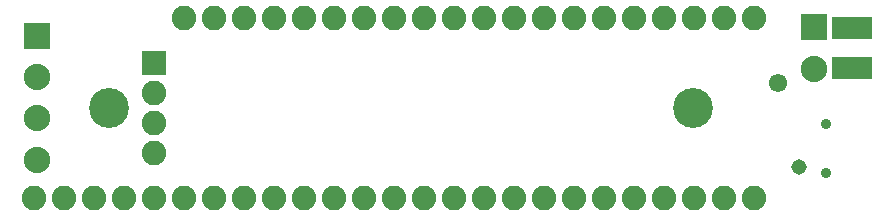
<source format=gbr>
G04 EAGLE Gerber X2 export*
%TF.Part,Single*%
%TF.FileFunction,Soldermask,Bot*%
%TF.FilePolarity,Negative*%
%TF.GenerationSoftware,Autodesk,EAGLE,8.7.0*%
%TF.CreationDate,2018-03-08T03:12:48Z*%
G75*
%MOMM*%
%FSLAX34Y34*%
%LPD*%
%AMOC8*
5,1,8,0,0,1.08239X$1,22.5*%
G01*
%ADD10C,3.378200*%
%ADD11R,3.403600X1.879600*%
%ADD12R,3.429000X1.879600*%
%ADD13C,2.082800*%
%ADD14R,2.235200X2.235200*%
%ADD15C,2.235200*%
%ADD16R,2.082800X2.082800*%
%ADD17C,0.903200*%
%ADD18C,1.553200*%
%ADD19C,1.309600*%


D10*
X215900Y88900D03*
X710438Y88900D03*
D11*
X845566Y156210D03*
D12*
X845185Y122174D03*
D13*
X762000Y165100D03*
X736600Y165100D03*
X711200Y165100D03*
X685800Y165100D03*
X660400Y165100D03*
X635000Y165100D03*
X609600Y165100D03*
X584200Y165100D03*
X558800Y165100D03*
X533400Y165100D03*
X508000Y165100D03*
X482600Y165100D03*
X457200Y165100D03*
X431800Y165100D03*
X406400Y165100D03*
X381000Y165100D03*
X355600Y165100D03*
X330200Y165100D03*
X304800Y165100D03*
X279400Y165100D03*
X279400Y12700D03*
X304800Y12700D03*
X330200Y12700D03*
X355600Y12700D03*
X381000Y12700D03*
X406400Y12700D03*
X431800Y12700D03*
X457200Y12700D03*
X482600Y12700D03*
X508000Y12700D03*
X533400Y12700D03*
X558800Y12700D03*
X584200Y12700D03*
X609600Y12700D03*
X635000Y12700D03*
X660400Y12700D03*
X685800Y12700D03*
X711200Y12700D03*
X736600Y12700D03*
X762000Y12700D03*
X152400Y12700D03*
X177800Y12700D03*
X203200Y12700D03*
X228600Y12700D03*
X254000Y12700D03*
D14*
X154940Y149860D03*
D15*
X154940Y114860D03*
X154940Y79860D03*
X154940Y44860D03*
D16*
X254000Y127000D03*
D13*
X254000Y101600D03*
X254000Y76200D03*
X254000Y50800D03*
D17*
X823352Y33606D03*
X823352Y75106D03*
D14*
X813308Y156972D03*
D15*
X813308Y121972D03*
D18*
X782828Y109728D03*
D19*
X800100Y38608D03*
M02*

</source>
